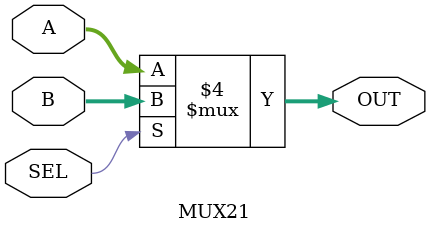
<source format=sv>
module MUX21 #(
	parameter BITS = 32)
(
	input logic SEL,
	input logic [BITS-1:0] A,
	input logic [BITS-1:0] B,
	output logic [BITS-1:0] OUT 
);

always_comb begin 
	if(SEL == 1) begin
		OUT <= B;
	end
	else begin
		OUT <= A;
	end
end
endmodule

</source>
